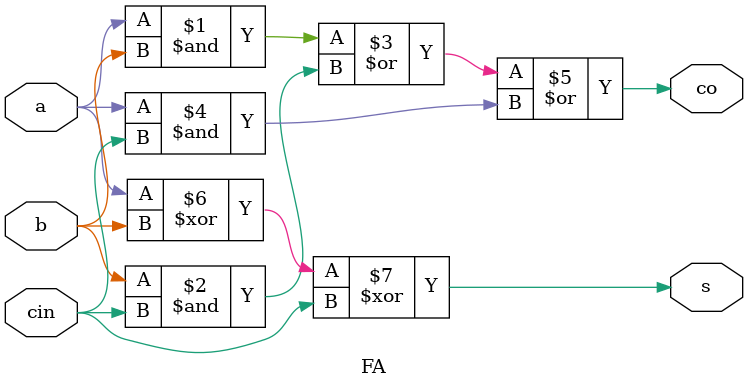
<source format=v>
module FA (s, co, a, b, cin);
    output s, co;
    input a, b, cin;

    assign co = a&b | b&cin | a&cin;
    assign s = a ^ b ^ cin;
endmodule

</source>
